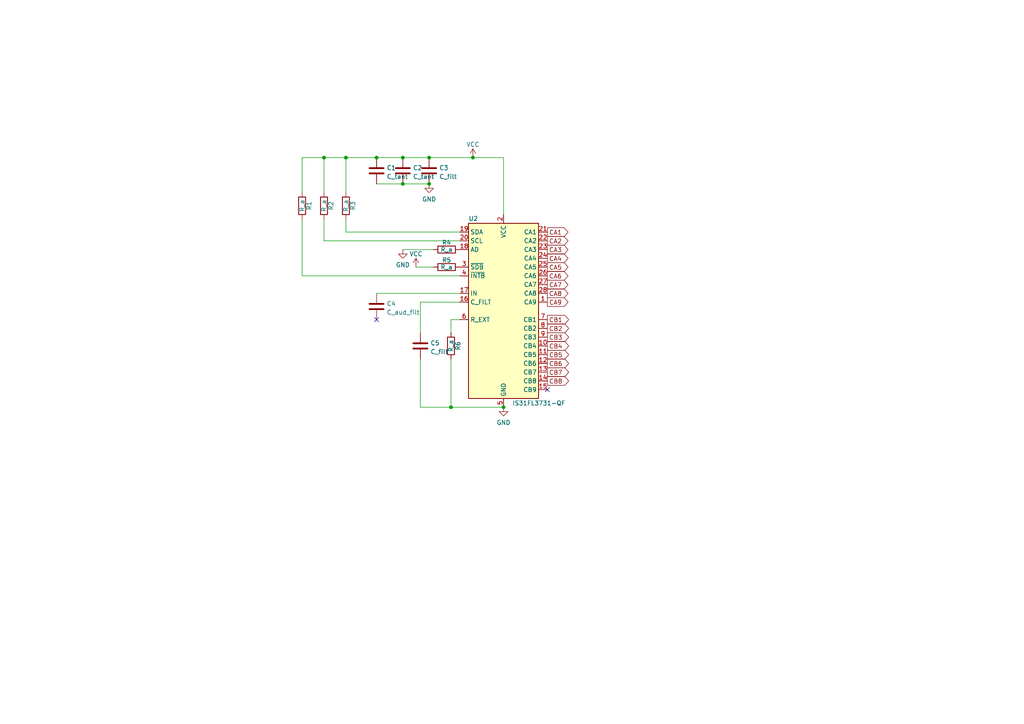
<source format=kicad_sch>
(kicad_sch (version 20211123) (generator eeschema)
  (paper "A4")
  (lib_symbols
    (symbol "Driver_LED:IS31FL3731-QF"
      (property "Reference" "U" (at -10.16 26.035 0))
      (property "Value" "IS31FL3731-QF" (at 2.54 -26.035 0))
      (symbol "IS31FL3731-QF_0_1"
        (rectangle (start -10.16 25.4) (end 10.16 -25.4) (stroke (width 0.254)) (fill (type background)))
      )
      (symbol "IS31FL3731-QF_1_1"
        (pin bidirectional line (at 12.7 2.54 180) (length 2.54) (name "CA9") (number "1"))
        (pin bidirectional line (at 12.7 -10.16 180) (length 2.54) (name "CB4") (number "10"))
        (pin bidirectional line (at 12.7 -12.7 180) (length 2.54) (name "CB5") (number "11"))
        (pin bidirectional line (at 12.7 -15.24 180) (length 2.54) (name "CB6") (number "12"))
        (pin bidirectional line (at 12.7 -17.78 180) (length 2.54) (name "CB7") (number "13"))
        (pin bidirectional line (at 12.7 -20.32 180) (length 2.54) (name "CB8") (number "14"))
        (pin bidirectional line (at 12.7 -22.86 180) (length 2.54) (name "CB9") (number "15"))
        (pin passive line (at -12.7 2.54 0) (length 2.54) (name "C_FILT") (number "16"))
        (pin input line (at -12.7 5.08 0) (length 2.54) (name "IN") (number "17"))
        (pin input line (at -12.7 17.78 0) (length 2.54) (name "AD") (number "18"))
        (pin bidirectional line (at -12.7 22.86 0) (length 2.54) (name "SDA") (number "19"))
        (pin power_in line (at 0 27.94 270) (length 2.54) (name "VCC") (number "2"))
        (pin input line (at -12.7 20.32 0) (length 2.54) (name "SCL") (number "20"))
        (pin bidirectional line (at 12.7 22.86 180) (length 2.54) (name "CA1") (number "21"))
        (pin bidirectional line (at 12.7 20.32 180) (length 2.54) (name "CA2") (number "22"))
        (pin bidirectional line (at 12.7 17.78 180) (length 2.54) (name "CA3") (number "23"))
        (pin bidirectional line (at 12.7 15.24 180) (length 2.54) (name "CA4") (number "24"))
        (pin bidirectional line (at 12.7 12.7 180) (length 2.54) (name "CA5") (number "25"))
        (pin bidirectional line (at 12.7 10.16 180) (length 2.54) (name "CA6") (number "26"))
        (pin bidirectional line (at 12.7 7.62 180) (length 2.54) (name "CA7") (number "27"))
        (pin bidirectional line (at 12.7 5.08 180) (length 2.54) (name "CA8") (number "28"))
        (pin passive line (at 0 -27.94 90) (length 2.54) hide (name "GND") (number "29"))
        (pin input line (at -12.7 12.7 0) (length 2.54) (name "~{SDB}") (number "3"))
        (pin open_collector line (at -12.7 10.16 0) (length 2.54) (name "~{INTB}") (number "4"))
        (pin power_in line (at 0 -27.94 90) (length 2.54) (name "GND") (number "5"))
        (pin passive line (at -12.7 -2.54 0) (length 2.54) (name "R_EXT") (number "6"))
        (pin bidirectional line (at 12.7 -2.54 180) (length 2.54) (name "CB1") (number "7"))
        (pin bidirectional line (at 12.7 -5.08 180) (length 2.54) (name "CB2") (number "8"))
        (pin bidirectional line (at 12.7 -7.62 180) (length 2.54) (name "CB3") (number "9"))
      )
    )
    (symbol "MySymbols:C_aud_filt" (pin_numbers hide) (pin_names (offset 0.254))
      (property "Reference" "C" (at 0.635 2.54 0))
      (property "Value" "C_aud_filt" (at 0.635 -2.54 0))
      (symbol "C_aud_filt_0_1"
        (polyline (pts (xy -2.032 -0.762) (xy 2.032 -0.762)) (stroke (width 0.508)))
        (polyline (pts (xy -2.032 0.762) (xy 2.032 0.762)) (stroke (width 0.508)))
      )
      (symbol "C_aud_filt_1_1"
        (pin passive line (at 0 3.81 270) (length 2.794) (name "~") (number "1"))
        (pin passive line (at 0 -3.81 90) (length 2.794) (name "~") (number "2"))
      )
    )
    (symbol "MySymbols:C_filt" (pin_numbers hide) (pin_names (offset 0.254))
      (property "Reference" "C" (at 0.635 2.54 0))
      (property "Value" "C_filt" (at 0.635 -2.54 0))
      (symbol "C_filt_0_1"
        (polyline (pts (xy -2.032 -0.762) (xy 2.032 -0.762)) (stroke (width 0.508)))
        (polyline (pts (xy -2.032 0.762) (xy 2.032 0.762)) (stroke (width 0.508)))
      )
      (symbol "C_filt_1_1"
        (pin passive line (at 0 3.81 270) (length 2.794) (name "~") (number "1"))
        (pin passive line (at 0 -3.81 90) (length 2.794) (name "~") (number "2"))
      )
    )
    (symbol "MySymbols:C_tant" (pin_numbers hide) (pin_names (offset 0.254))
      (property "Reference" "C" (at 0.635 2.54 0))
      (property "Value" "C_tant" (at 0.635 -2.54 0))
      (property "JLC" "10uF_tantalum" (at 0 0 0))
      (property "LCSC" "C7171" (at 0 0 0))
      (symbol "C_tant_0_1"
        (polyline (pts (xy -2.032 -0.762) (xy 2.032 -0.762)) (stroke (width 0.508)))
        (polyline (pts (xy -2.032 0.762) (xy 2.032 0.762)) (stroke (width 0.508)))
      )
      (symbol "C_tant_1_1"
        (pin passive line (at 0 3.81 270) (length 2.794) (name "~") (number "1"))
        (pin passive line (at 0 -3.81 90) (length 2.794) (name "~") (number "2"))
      )
    )
    (symbol "MySymbols:R_a" (pin_numbers hide) (pin_names (offset 0))
      (property "Reference" "R" (at 2.032 0 90))
      (property "Value" "R_a" (at 0 0 90))
      (property "JLC" "20k" (at 0 0 0))
      (property "LCSC" "C4184" (at 0 0 0))
      (symbol "R_a_0_1"
        (rectangle (start -1.016 -2.54) (end 1.016 2.54) (stroke (width 0.254)))
      )
      (symbol "R_a_1_1"
        (pin passive line (at 0 3.81 270) (length 1.27) (name "~") (number "1"))
        (pin passive line (at 0 -3.81 90) (length 1.27) (name "~") (number "2"))
      )
    )
    (symbol "power:GND" (power) (pin_names (offset 0))
      (property "Value" "GND" (at 0 -3.81 0))
      (symbol "GND_0_1"
        (polyline (pts (xy 0 0) (xy 0 -1.27) (xy 1.27 -1.27) (xy 0 -2.54) (xy -1.27 -1.27) (xy 0 -1.27)))
      )
      (symbol "GND_1_1"
        (pin power_in line (at 0 0 270) (length 0) hide (name "GND") (number "1"))
      )
    )
    (symbol "power:VCC" (power) (pin_names (offset 0))
      (property "Value" "VCC" (at 0 3.81 0))
      (symbol "VCC_0_1"
        (polyline (pts (xy -0.762 1.27) (xy 0 2.54)))
        (polyline (pts (xy 0 0) (xy 0 2.54)))
        (polyline (pts (xy 0 2.54) (xy 0.762 1.27)))
      )
      (symbol "VCC_1_1"
        (pin power_in line (at 0 0 90) (length 0) hide (name "VCC") (number "1"))
      )
    )
  )
  (junction (at 93.98 45.72))
  (junction (at 137.16 45.72))
  (junction (at 146.05 118.11))
  (junction (at 124.46 45.72))
  (junction (at 109.22 45.72))
  (junction (at 116.84 45.72))
  (junction (at 116.84 53.34))
  (junction (at 100.33 45.72))
  (junction (at 130.81 118.11))
  (junction (at 124.46 53.34))
  (no_connect (at 109.22 92.71))
  (no_connect (at 158.75 113.03))
  (wire (pts (xy 87.63 80.01) (xy 87.63 63.5)))
  (wire (pts (xy 133.35 80.01) (xy 87.63 80.01)))
  (wire (pts (xy 133.35 69.85) (xy 93.98 69.85)))
  (wire (pts (xy 93.98 69.85) (xy 93.98 63.5)))
  (wire (pts (xy 120.65 77.47) (xy 125.73 77.47)))
  (wire (pts (xy 109.22 53.34) (xy 116.84 53.34)))
  (wire (pts (xy 109.22 85.09) (xy 133.35 85.09)))
  (wire (pts (xy 133.35 67.31) (xy 100.33 67.31)))
  (wire (pts (xy 100.33 45.72) (xy 109.22 45.72)))
  (wire (pts (xy 121.92 104.14) (xy 121.92 118.11)))
  (wire (pts (xy 146.05 45.72) (xy 137.16 45.72)))
  (wire (pts (xy 121.92 118.11) (xy 130.81 118.11)))
  (wire (pts (xy 124.46 45.72) (xy 137.16 45.72)))
  (wire (pts (xy 116.84 53.34) (xy 124.46 53.34)))
  (wire (pts (xy 133.35 92.71) (xy 130.81 92.71)))
  (wire (pts (xy 109.22 45.72) (xy 116.84 45.72)))
  (wire (pts (xy 116.84 72.39) (xy 125.73 72.39)))
  (wire (pts (xy 146.05 45.72) (xy 146.05 62.23)))
  (wire (pts (xy 130.81 92.71) (xy 130.81 96.52)))
  (wire (pts (xy 116.84 45.72) (xy 124.46 45.72)))
  (wire (pts (xy 93.98 45.72) (xy 100.33 45.72)))
  (wire (pts (xy 87.63 55.88) (xy 87.63 45.72)))
  (wire (pts (xy 130.81 118.11) (xy 146.05 118.11)))
  (wire (pts (xy 100.33 67.31) (xy 100.33 63.5)))
  (wire (pts (xy 87.63 45.72) (xy 93.98 45.72)))
  (wire (pts (xy 133.35 87.63) (xy 121.92 87.63)))
  (wire (pts (xy 100.33 45.72) (xy 100.33 55.88)))
  (wire (pts (xy 130.81 104.14) (xy 130.81 118.11)))
  (wire (pts (xy 121.92 87.63) (xy 121.92 96.52)))
  (wire (pts (xy 93.98 45.72) (xy 93.98 55.88)))
  (global_label "CB1" (shape output) (at 158.75 92.71 0) (property "Intersheet References" "${INTERSHEET_REFS}" (effects hide)))
  (global_label "CA6" (shape output) (at 158.75 80.01 0) (property "Intersheet References" "${INTERSHEET_REFS}" (effects hide)))
  (global_label "CA7" (shape output) (at 158.75 82.55 0) (property "Intersheet References" "${INTERSHEET_REFS}" (effects hide)))
  (global_label "CB6" (shape output) (at 158.75 105.41 0) (property "Intersheet References" "${INTERSHEET_REFS}" (effects hide)))
  (global_label "CA4" (shape output) (at 158.75 74.93 0) (property "Intersheet References" "${INTERSHEET_REFS}" (effects hide)))
  (global_label "CB3" (shape output) (at 158.75 97.79 0) (property "Intersheet References" "${INTERSHEET_REFS}" (effects hide)))
  (global_label "CB2" (shape output) (at 158.75 95.25 0) (property "Intersheet References" "${INTERSHEET_REFS}" (effects hide)))
  (global_label "CA2" (shape output) (at 158.75 69.85 0) (property "Intersheet References" "${INTERSHEET_REFS}" (effects hide)))
  (global_label "CA5" (shape output) (at 158.75 77.47 0) (property "Intersheet References" "${INTERSHEET_REFS}" (effects hide)))
  (global_label "CA9" (shape output) (at 158.75 87.63 0) (property "Intersheet References" "${INTERSHEET_REFS}" (effects hide)))
  (global_label "CB5" (shape output) (at 158.75 102.87 0) (property "Intersheet References" "${INTERSHEET_REFS}" (effects hide)))
  (global_label "CA8" (shape output) (at 158.75 85.09 0) (property "Intersheet References" "${INTERSHEET_REFS}" (effects hide)))
  (global_label "CB8" (shape output) (at 158.75 110.49 0) (property "Intersheet References" "${INTERSHEET_REFS}" (effects hide)))
  (global_label "CA3" (shape output) (at 158.75 72.39 0) (property "Intersheet References" "${INTERSHEET_REFS}" (effects hide)))
  (global_label "CB7" (shape output) (at 158.75 107.95 0) (property "Intersheet References" "${INTERSHEET_REFS}" (effects hide)))
  (global_label "CA1" (shape output) (at 158.75 67.31 0) (property "Intersheet References" "${INTERSHEET_REFS}" (effects hide)))
  (global_label "CB4" (shape output) (at 158.75 100.33 0) (property "Intersheet References" "${INTERSHEET_REFS}" (effects hide)))
  (symbol (lib_id "MySymbols:C_tant") (at 116.84 49.53 180) (unit 1)
    (property "Reference" "C2" (at 119.761 48.6953 0) (effects (justify right)))
    (property "Value" "C_tant" (at 119.761 51.2322 0) (effects (justify right)))
    (property "Footprint" "Capacitor_SMD:C_1206_3216Metric" (effects hide))
    (property "JLC" "10uF_tantalum" (effects hide))
    (property "LCSC" "C7171" (effects hide))
  )
  (symbol (lib_id "MySymbols:R_a") (at 87.63 59.69 0) (unit 1)
    (property "Reference" "R1" (at 89.662 59.69 90))
    (property "Value" "R_a" (at 87.63 59.69 90))
    (property "Footprint" "Resistor_SMD:R_0603_1608Metric" (effects hide))
    (property "JLC" "20k" (effects hide))
    (property "LCSC" "C4184" (effects hide))
  )
  (symbol (lib_id "power:VCC") (at 120.65 77.47 0) (unit 1)
    (property "Reference" "#PWR092" (effects hide))
    (property "Value" "VCC" (at 120.65 73.66 0))
  )
  (symbol (lib_id "MySymbols:C_tant") (at 109.22 49.53 180) (unit 1)
    (property "Reference" "C1" (at 112.141 48.6953 0) (effects (justify right)))
    (property "Value" "C_tant" (at 112.141 51.2322 0) (effects (justify right)))
    (property "Footprint" "Capacitor_SMD:C_1206_3216Metric" (effects hide))
    (property "JLC" "10uF_tantalum" (effects hide))
    (property "LCSC" "C7171" (effects hide))
  )
  (symbol (lib_id "power:GND") (at 146.05 118.11 0) (unit 1)
    (property "Reference" "#PWR093" (effects hide))
    (property "Value" "GND" (at 146.05 122.5534 0))
  )
  (symbol (lib_id "power:VCC") (at 137.16 45.72 0) (unit 1)
    (property "Reference" "#PWR089" (effects hide))
    (property "Value" "VCC" (at 137.16 41.91 0))
  )
  (symbol (lib_id "MySymbols:C_filt") (at 124.46 49.53 180) (unit 1)
    (property "Reference" "C3" (at 127.381 48.6953 0) (effects (justify right)))
    (property "Value" "C_filt" (at 127.381 51.2322 0) (effects (justify right)))
    (property "Footprint" "Capacitor_SMD:C_0603_1608Metric" (effects hide))
    (property "JLC" "smd_100nf" (effects hide))
    (property "LCSC" "C14663" (effects hide))
  )
  (symbol (lib_id "MySymbols:R_a") (at 100.33 59.69 0) (unit 1)
    (property "Reference" "R3" (at 102.362 59.69 90))
    (property "Value" "R_a" (at 100.33 59.69 90))
    (property "Footprint" "Resistor_SMD:R_0603_1608Metric" (effects hide))
    (property "JLC" "20k" (effects hide))
    (property "LCSC" "C4184" (effects hide))
  )
  (symbol (lib_id "MySymbols:C_aud_filt") (at 109.22 88.9 180) (unit 1)
    (property "Reference" "C4" (at 112.141 88.0653 0) (effects (justify right)))
    (property "Value" "C_aud_filt" (at 112.141 90.6022 0) (effects (justify right)))
    (property "Footprint" "Capacitor_SMD:C_0603_1608Metric" (effects hide))
    (property "JLC" "smd_220NF" (effects hide))
    (property "LCSC" "C21120" (effects hide))
  )
  (symbol (lib_id "Driver_LED:IS31FL3731-QF") (at 146.05 90.17 0) (unit 1)
    (property "Reference" "U2" (at 135.89 64.135 0) (effects (justify left bottom)))
    (property "Value" "IS31FL3731-QF" (at 148.59 116.205 0) (effects (justify left top)))
    (property "Footprint" "Package_DFN_QFN:QFN-28-1EP_4x4mm_P0.4mm_EP2.3x2.3mm" (effects hide))
    (property "Datasheet" "http://www.issi.com/WW/pdf/31FL3731.pdf" (effects hide))
    (property "JLCPCB" "IS31FL3731-QFLS2-TR" (effects hide))
    (property "LCSC" "C191206" (effects hide))
  )
  (symbol (lib_id "MySymbols:R_a") (at 93.98 59.69 0) (unit 1)
    (property "Reference" "R2" (at 96.012 59.69 90))
    (property "Value" "R_a" (at 93.98 59.69 90))
    (property "Footprint" "Resistor_SMD:R_0603_1608Metric" (effects hide))
    (property "JLC" "20k" (effects hide))
    (property "LCSC" "C4184" (effects hide))
  )
  (symbol (lib_id "power:GND") (at 124.46 53.34 0) (unit 1)
    (property "Reference" "#PWR090" (effects hide))
    (property "Value" "GND" (at 124.46 57.7834 0))
  )
  (symbol (lib_id "MySymbols:R_a") (at 130.81 100.33 0) (unit 1)
    (property "Reference" "R6" (at 132.842 100.33 90))
    (property "Value" "R_a" (at 130.81 100.33 90))
    (property "Footprint" "Resistor_SMD:R_0603_1608Metric" (effects hide))
    (property "JLC" "20k" (effects hide))
    (property "LCSC" "C4184" (effects hide))
  )
  (symbol (lib_id "MySymbols:R_a") (at 129.54 77.47 90) (unit 1)
    (property "Reference" "R5" (at 129.54 75.438 90))
    (property "Value" "R_a" (at 129.54 77.47 90))
    (property "Footprint" "Resistor_SMD:R_0603_1608Metric" (effects hide))
    (property "JLC" "20k" (effects hide))
    (property "LCSC" "C4184" (effects hide))
  )
  (symbol (lib_id "MySymbols:C_filt") (at 121.92 100.33 180) (unit 1)
    (property "Reference" "C5" (at 124.841 99.4953 0) (effects (justify right)))
    (property "Value" "C_filt" (at 124.841 102.0322 0) (effects (justify right)))
    (property "Footprint" "Capacitor_SMD:C_0603_1608Metric" (effects hide))
    (property "JLC" "smd_100nf" (effects hide))
    (property "LCSC" "C14663" (effects hide))
  )
  (symbol (lib_id "power:GND") (at 116.84 72.39 0) (unit 1)
    (property "Reference" "#PWR091" (effects hide))
    (property "Value" "GND" (at 116.84 76.8334 0))
  )
  (symbol (lib_id "MySymbols:R_a") (at 129.54 72.39 90) (unit 1)
    (property "Reference" "R4" (at 129.54 70.358 90))
    (property "Value" "R_a" (at 129.54 72.39 90))
    (property "Footprint" "Resistor_SMD:R_0603_1608Metric" (effects hide))
    (property "JLC" "20k" (effects hide))
    (property "LCSC" "C4184" (effects hide))
  )
)
</source>
